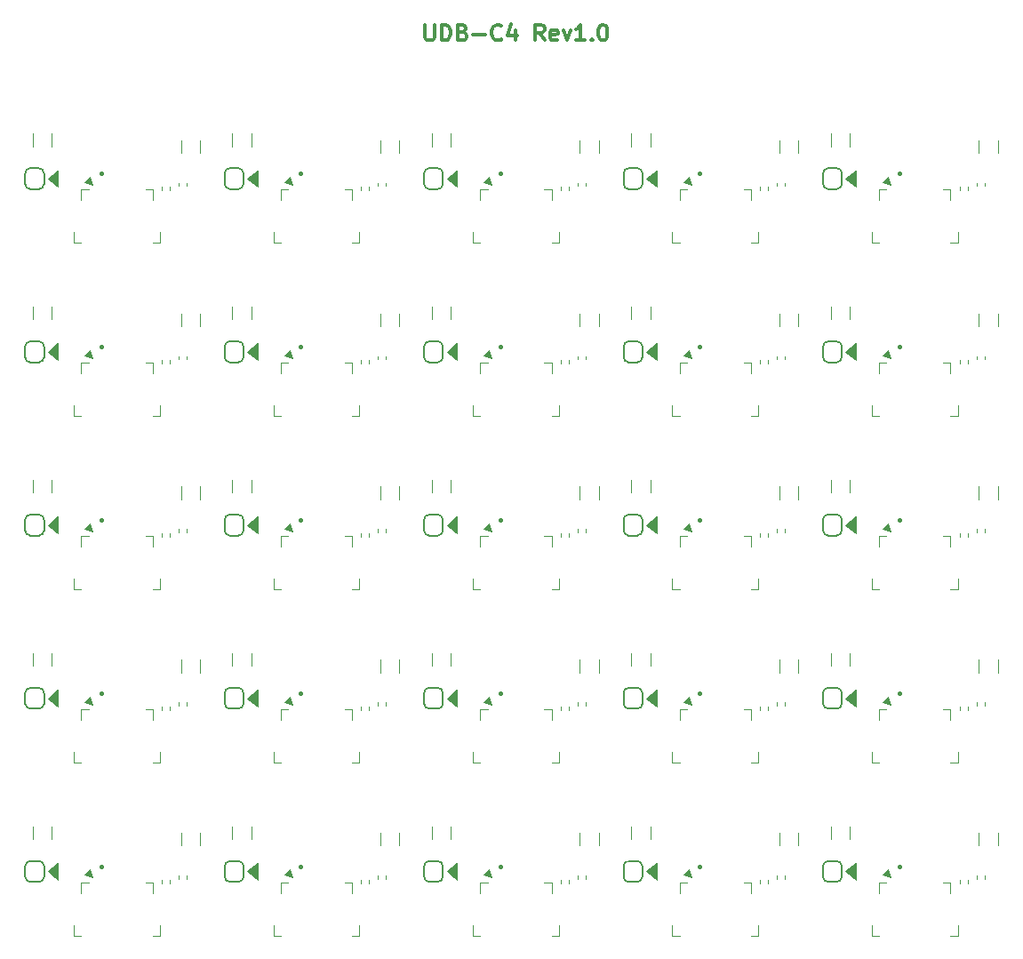
<source format=gto>
G04 #@! TF.GenerationSoftware,KiCad,Pcbnew,(6.0.11)*
G04 #@! TF.CreationDate,2023-02-11T17:54:05+01:00*
G04 #@! TF.ProjectId,UDB-panel,5544422d-7061-46e6-956c-2e6b69636164,C4-RC1*
G04 #@! TF.SameCoordinates,Original*
G04 #@! TF.FileFunction,Legend,Top*
G04 #@! TF.FilePolarity,Positive*
%FSLAX46Y46*%
G04 Gerber Fmt 4.6, Leading zero omitted, Abs format (unit mm)*
G04 Created by KiCad (PCBNEW (6.0.11)) date 2023-02-11 17:54:05*
%MOMM*%
%LPD*%
G01*
G04 APERTURE LIST*
%ADD10C,0.300000*%
%ADD11C,0.120000*%
%ADD12C,0.150000*%
%ADD13C,0.100000*%
%ADD14C,0.400000*%
G04 APERTURE END LIST*
D10*
X44357142Y92821429D02*
X44357142Y91607143D01*
X44428571Y91464286D01*
X44500000Y91392858D01*
X44642857Y91321429D01*
X44928571Y91321429D01*
X45071428Y91392858D01*
X45142857Y91464286D01*
X45214285Y91607143D01*
X45214285Y92821429D01*
X45928571Y91321429D02*
X45928571Y92821429D01*
X46285714Y92821429D01*
X46500000Y92750000D01*
X46642857Y92607143D01*
X46714285Y92464286D01*
X46785714Y92178572D01*
X46785714Y91964286D01*
X46714285Y91678572D01*
X46642857Y91535715D01*
X46500000Y91392858D01*
X46285714Y91321429D01*
X45928571Y91321429D01*
X47928571Y92107143D02*
X48142857Y92035715D01*
X48214285Y91964286D01*
X48285714Y91821429D01*
X48285714Y91607143D01*
X48214285Y91464286D01*
X48142857Y91392858D01*
X48000000Y91321429D01*
X47428571Y91321429D01*
X47428571Y92821429D01*
X47928571Y92821429D01*
X48071428Y92750000D01*
X48142857Y92678572D01*
X48214285Y92535715D01*
X48214285Y92392858D01*
X48142857Y92250000D01*
X48071428Y92178572D01*
X47928571Y92107143D01*
X47428571Y92107143D01*
X48928571Y91892858D02*
X50071428Y91892858D01*
X51642857Y91464286D02*
X51571428Y91392858D01*
X51357142Y91321429D01*
X51214285Y91321429D01*
X51000000Y91392858D01*
X50857142Y91535715D01*
X50785714Y91678572D01*
X50714285Y91964286D01*
X50714285Y92178572D01*
X50785714Y92464286D01*
X50857142Y92607143D01*
X51000000Y92750000D01*
X51214285Y92821429D01*
X51357142Y92821429D01*
X51571428Y92750000D01*
X51642857Y92678572D01*
X52928571Y92321429D02*
X52928571Y91321429D01*
X52571428Y92892858D02*
X52214285Y91821429D01*
X53142857Y91821429D01*
X55714285Y91321429D02*
X55214285Y92035715D01*
X54857142Y91321429D02*
X54857142Y92821429D01*
X55428571Y92821429D01*
X55571428Y92750000D01*
X55642857Y92678572D01*
X55714285Y92535715D01*
X55714285Y92321429D01*
X55642857Y92178572D01*
X55571428Y92107143D01*
X55428571Y92035715D01*
X54857142Y92035715D01*
X56928571Y91392858D02*
X56785714Y91321429D01*
X56500000Y91321429D01*
X56357142Y91392858D01*
X56285714Y91535715D01*
X56285714Y92107143D01*
X56357142Y92250000D01*
X56500000Y92321429D01*
X56785714Y92321429D01*
X56928571Y92250000D01*
X57000000Y92107143D01*
X57000000Y91964286D01*
X56285714Y91821429D01*
X57500000Y92321429D02*
X57857142Y91321429D01*
X58214285Y92321429D01*
X59571428Y91321429D02*
X58714285Y91321429D01*
X59142857Y91321429D02*
X59142857Y92821429D01*
X59000000Y92607143D01*
X58857142Y92464286D01*
X58714285Y92392858D01*
X60214285Y91464286D02*
X60285714Y91392858D01*
X60214285Y91321429D01*
X60142857Y91392858D01*
X60214285Y91464286D01*
X60214285Y91321429D01*
X61214285Y92821429D02*
X61357142Y92821429D01*
X61500000Y92750000D01*
X61571428Y92678572D01*
X61642857Y92535715D01*
X61714285Y92250000D01*
X61714285Y91892858D01*
X61642857Y91607143D01*
X61571428Y91464286D01*
X61500000Y91392858D01*
X61357142Y91321429D01*
X61214285Y91321429D01*
X61071428Y91392858D01*
X61000000Y91464286D01*
X60928571Y91607143D01*
X60857142Y91892858D01*
X60857142Y92250000D01*
X60928571Y92535715D01*
X61000000Y92678572D01*
X61071428Y92750000D01*
X61214285Y92821429D01*
D11*
G04 #@! TO.C,J2*
X76100000Y39050000D02*
X76100000Y40050000D01*
X75400000Y44100000D02*
X75400000Y43100000D01*
X74700000Y44100000D02*
X75400000Y44100000D01*
X68600000Y44100000D02*
X68600000Y43100000D01*
X67900000Y39050000D02*
X68600000Y39050000D01*
X68600000Y44100000D02*
X69300000Y44100000D01*
X75400000Y39050000D02*
X76100000Y39050000D01*
X67900000Y39050000D02*
X67900000Y40050000D01*
G36*
X69692000Y44562000D02*
G01*
X68930000Y44816000D01*
X69438000Y45324000D01*
X69692000Y44562000D01*
G37*
X69692000Y44562000D02*
X68930000Y44816000D01*
X69438000Y45324000D01*
X69692000Y44562000D01*
D12*
G04 #@! TO.C,D1*
X63250000Y78653000D02*
X63250000Y77653000D01*
X63750000Y79153000D02*
X64550000Y79153000D01*
X64550000Y77153000D02*
X63750000Y77153000D01*
X65050000Y78653000D02*
X65050000Y77653000D01*
X63750000Y79153000D02*
G75*
G03*
X63250000Y78653000I1J-500001D01*
G01*
X64550000Y77153000D02*
G75*
G03*
X65050000Y77653000I-1J500001D01*
G01*
X63250000Y77653000D02*
G75*
G03*
X63750000Y77153000I500001J1D01*
G01*
X65050000Y78653000D02*
G75*
G03*
X64550000Y79153000I-500001J-1D01*
G01*
G36*
X66400000Y77353000D02*
G01*
X65400000Y78153000D01*
X66400000Y78953000D01*
X66400000Y77353000D01*
G37*
D13*
X66400000Y77353000D02*
X65400000Y78153000D01*
X66400000Y78953000D01*
X66400000Y77353000D01*
D11*
G04 #@! TO.C,R1*
X96028000Y27853641D02*
X96028000Y27546359D01*
X95268000Y27853641D02*
X95268000Y27546359D01*
G04 #@! TO.C,F1*
X65796000Y82438064D02*
X65796000Y81233936D01*
X63976000Y82438064D02*
X63976000Y81233936D01*
G04 #@! TO.C,R1*
X39028000Y27853641D02*
X39028000Y27546359D01*
X38268000Y27853641D02*
X38268000Y27546359D01*
G04 #@! TO.C,L1*
X41910000Y14614936D02*
X41910000Y15819064D01*
X40090000Y14614936D02*
X40090000Y15819064D01*
X59090000Y31114936D02*
X59090000Y32319064D01*
X60910000Y31114936D02*
X60910000Y32319064D01*
D12*
G04 #@! TO.C,D1*
X46050000Y12653000D02*
X46050000Y11653000D01*
X44250000Y12653000D02*
X44250000Y11653000D01*
X44750000Y13153000D02*
X45550000Y13153000D01*
X45550000Y11153000D02*
X44750000Y11153000D01*
X45550000Y11153000D02*
G75*
G03*
X46050000Y11653000I-1J500001D01*
G01*
X44250000Y11653000D02*
G75*
G03*
X44750000Y11153000I500001J1D01*
G01*
X44750000Y13153000D02*
G75*
G03*
X44250000Y12653000I1J-500001D01*
G01*
X46050000Y12653000D02*
G75*
G03*
X45550000Y13153000I-500001J-1D01*
G01*
G36*
X47400000Y11353000D02*
G01*
X46400000Y12153000D01*
X47400000Y12953000D01*
X47400000Y11353000D01*
G37*
D13*
X47400000Y11353000D02*
X46400000Y12153000D01*
X47400000Y12953000D01*
X47400000Y11353000D01*
D12*
X45550000Y27653000D02*
X44750000Y27653000D01*
X46050000Y29153000D02*
X46050000Y28153000D01*
X44750000Y29653000D02*
X45550000Y29653000D01*
X44250000Y29153000D02*
X44250000Y28153000D01*
X44250000Y28153000D02*
G75*
G03*
X44750000Y27653000I500001J1D01*
G01*
X45550000Y27653000D02*
G75*
G03*
X46050000Y28153000I-1J500001D01*
G01*
X44750000Y29653000D02*
G75*
G03*
X44250000Y29153000I1J-500001D01*
G01*
X46050000Y29153000D02*
G75*
G03*
X45550000Y29653000I-500001J-1D01*
G01*
G36*
X47400000Y27853000D02*
G01*
X46400000Y28653000D01*
X47400000Y29453000D01*
X47400000Y27853000D01*
G37*
D13*
X47400000Y27853000D02*
X46400000Y28653000D01*
X47400000Y29453000D01*
X47400000Y27853000D01*
D11*
G04 #@! TO.C,F1*
X8796000Y65938064D02*
X8796000Y64733936D01*
X6976000Y65938064D02*
X6976000Y64733936D01*
G04 #@! TO.C,R2*
X39868000Y11753641D02*
X39868000Y11446359D01*
X40628000Y11753641D02*
X40628000Y11446359D01*
D14*
G04 #@! TO.C,U1*
X32498000Y78616600D02*
G75*
G03*
X32498000Y78616600I0J0D01*
G01*
D11*
G04 #@! TO.C,R1*
X19268000Y44353641D02*
X19268000Y44046359D01*
X20028000Y44353641D02*
X20028000Y44046359D01*
X20028000Y60853641D02*
X20028000Y60546359D01*
X19268000Y60853641D02*
X19268000Y60546359D01*
G04 #@! TO.C,F1*
X46796000Y49438064D02*
X46796000Y48233936D01*
X44976000Y49438064D02*
X44976000Y48233936D01*
D14*
G04 #@! TO.C,U1*
X70498000Y45616600D02*
G75*
G03*
X70498000Y45616600I0J0D01*
G01*
D11*
G04 #@! TO.C,J2*
X38100000Y72050000D02*
X38100000Y73050000D01*
X30600000Y77100000D02*
X31300000Y77100000D01*
X37400000Y77100000D02*
X37400000Y76100000D01*
X30600000Y77100000D02*
X30600000Y76100000D01*
X37400000Y72050000D02*
X38100000Y72050000D01*
X29900000Y72050000D02*
X29900000Y73050000D01*
X29900000Y72050000D02*
X30600000Y72050000D01*
X36700000Y77100000D02*
X37400000Y77100000D01*
G36*
X31692000Y77562000D02*
G01*
X30930000Y77816000D01*
X31438000Y78324000D01*
X31692000Y77562000D01*
G37*
X31692000Y77562000D02*
X30930000Y77816000D01*
X31438000Y78324000D01*
X31692000Y77562000D01*
G04 #@! TO.C,F1*
X84796000Y16438064D02*
X84796000Y15233936D01*
X82976000Y16438064D02*
X82976000Y15233936D01*
X44976000Y16438064D02*
X44976000Y15233936D01*
X46796000Y16438064D02*
X46796000Y15233936D01*
D14*
G04 #@! TO.C,U1*
X51498000Y45616600D02*
G75*
G03*
X51498000Y45616600I0J0D01*
G01*
X89498000Y78616600D02*
G75*
G03*
X89498000Y78616600I0J0D01*
G01*
D11*
G04 #@! TO.C,J2*
X55700000Y27600000D02*
X56400000Y27600000D01*
X56400000Y27600000D02*
X56400000Y26600000D01*
X48900000Y22550000D02*
X49600000Y22550000D01*
X57100000Y22550000D02*
X57100000Y23550000D01*
X49600000Y27600000D02*
X49600000Y26600000D01*
X56400000Y22550000D02*
X57100000Y22550000D01*
X49600000Y27600000D02*
X50300000Y27600000D01*
X48900000Y22550000D02*
X48900000Y23550000D01*
G36*
X50692000Y28062000D02*
G01*
X49930000Y28316000D01*
X50438000Y28824000D01*
X50692000Y28062000D01*
G37*
X50692000Y28062000D02*
X49930000Y28316000D01*
X50438000Y28824000D01*
X50692000Y28062000D01*
X19100000Y6050000D02*
X19100000Y7050000D01*
X10900000Y6050000D02*
X11600000Y6050000D01*
X17700000Y11100000D02*
X18400000Y11100000D01*
X18400000Y11100000D02*
X18400000Y10100000D01*
X10900000Y6050000D02*
X10900000Y7050000D01*
X11600000Y11100000D02*
X12300000Y11100000D01*
X11600000Y11100000D02*
X11600000Y10100000D01*
X18400000Y6050000D02*
X19100000Y6050000D01*
G36*
X12692000Y11562000D02*
G01*
X11930000Y11816000D01*
X12438000Y12324000D01*
X12692000Y11562000D01*
G37*
X12692000Y11562000D02*
X11930000Y11816000D01*
X12438000Y12324000D01*
X12692000Y11562000D01*
G04 #@! TO.C,L1*
X78090000Y14614936D02*
X78090000Y15819064D01*
X79910000Y14614936D02*
X79910000Y15819064D01*
D14*
G04 #@! TO.C,U1*
X32498000Y45616600D02*
G75*
G03*
X32498000Y45616600I0J0D01*
G01*
D12*
G04 #@! TO.C,D1*
X8050000Y78653000D02*
X8050000Y77653000D01*
X6750000Y79153000D02*
X7550000Y79153000D01*
X6250000Y78653000D02*
X6250000Y77653000D01*
X7550000Y77153000D02*
X6750000Y77153000D01*
X8050000Y78653000D02*
G75*
G03*
X7550000Y79153000I-500001J-1D01*
G01*
X6750000Y79153000D02*
G75*
G03*
X6250000Y78653000I1J-500001D01*
G01*
X6250000Y77653000D02*
G75*
G03*
X6750000Y77153000I500001J1D01*
G01*
X7550000Y77153000D02*
G75*
G03*
X8050000Y77653000I-1J500001D01*
G01*
G36*
X9400000Y77353000D02*
G01*
X8400000Y78153000D01*
X9400000Y78953000D01*
X9400000Y77353000D01*
G37*
D13*
X9400000Y77353000D02*
X8400000Y78153000D01*
X9400000Y78953000D01*
X9400000Y77353000D01*
D11*
G04 #@! TO.C,F1*
X82976000Y82438064D02*
X82976000Y81233936D01*
X84796000Y82438064D02*
X84796000Y81233936D01*
D12*
G04 #@! TO.C,D1*
X25250000Y12653000D02*
X25250000Y11653000D01*
X27050000Y12653000D02*
X27050000Y11653000D01*
X26550000Y11153000D02*
X25750000Y11153000D01*
X25750000Y13153000D02*
X26550000Y13153000D01*
X25750000Y13153000D02*
G75*
G03*
X25250000Y12653000I1J-500001D01*
G01*
X25250000Y11653000D02*
G75*
G03*
X25750000Y11153000I500001J1D01*
G01*
X26550000Y11153000D02*
G75*
G03*
X27050000Y11653000I-1J500001D01*
G01*
X27050000Y12653000D02*
G75*
G03*
X26550000Y13153000I-500001J-1D01*
G01*
G36*
X28400000Y11353000D02*
G01*
X27400000Y12153000D01*
X28400000Y12953000D01*
X28400000Y11353000D01*
G37*
D13*
X28400000Y11353000D02*
X27400000Y12153000D01*
X28400000Y12953000D01*
X28400000Y11353000D01*
D12*
X83550000Y11153000D02*
X82750000Y11153000D01*
X82750000Y13153000D02*
X83550000Y13153000D01*
X84050000Y12653000D02*
X84050000Y11653000D01*
X82250000Y12653000D02*
X82250000Y11653000D01*
X82250000Y11653000D02*
G75*
G03*
X82750000Y11153000I500001J1D01*
G01*
X83550000Y11153000D02*
G75*
G03*
X84050000Y11653000I-1J500001D01*
G01*
X82750000Y13153000D02*
G75*
G03*
X82250000Y12653000I1J-500001D01*
G01*
X84050000Y12653000D02*
G75*
G03*
X83550000Y13153000I-500001J-1D01*
G01*
G36*
X85400000Y11353000D02*
G01*
X84400000Y12153000D01*
X85400000Y12953000D01*
X85400000Y11353000D01*
G37*
D13*
X85400000Y11353000D02*
X84400000Y12153000D01*
X85400000Y12953000D01*
X85400000Y11353000D01*
D11*
G04 #@! TO.C,L1*
X40090000Y47614936D02*
X40090000Y48819064D01*
X41910000Y47614936D02*
X41910000Y48819064D01*
D14*
G04 #@! TO.C,U1*
X89498000Y12616600D02*
G75*
G03*
X89498000Y12616600I0J0D01*
G01*
D12*
G04 #@! TO.C,D1*
X82750000Y46153000D02*
X83550000Y46153000D01*
X84050000Y45653000D02*
X84050000Y44653000D01*
X82250000Y45653000D02*
X82250000Y44653000D01*
X83550000Y44153000D02*
X82750000Y44153000D01*
X82250000Y44653000D02*
G75*
G03*
X82750000Y44153000I500001J1D01*
G01*
X82750000Y46153000D02*
G75*
G03*
X82250000Y45653000I1J-500001D01*
G01*
X84050000Y45653000D02*
G75*
G03*
X83550000Y46153000I-500001J-1D01*
G01*
X83550000Y44153000D02*
G75*
G03*
X84050000Y44653000I-1J500001D01*
G01*
G36*
X85400000Y44353000D02*
G01*
X84400000Y45153000D01*
X85400000Y45953000D01*
X85400000Y44353000D01*
G37*
D13*
X85400000Y44353000D02*
X84400000Y45153000D01*
X85400000Y45953000D01*
X85400000Y44353000D01*
D11*
G04 #@! TO.C,J2*
X49600000Y11100000D02*
X49600000Y10100000D01*
X48900000Y6050000D02*
X49600000Y6050000D01*
X55700000Y11100000D02*
X56400000Y11100000D01*
X56400000Y6050000D02*
X57100000Y6050000D01*
X56400000Y11100000D02*
X56400000Y10100000D01*
X57100000Y6050000D02*
X57100000Y7050000D01*
X49600000Y11100000D02*
X50300000Y11100000D01*
X48900000Y6050000D02*
X48900000Y7050000D01*
G36*
X50692000Y11562000D02*
G01*
X49930000Y11816000D01*
X50438000Y12324000D01*
X50692000Y11562000D01*
G37*
X50692000Y11562000D02*
X49930000Y11816000D01*
X50438000Y12324000D01*
X50692000Y11562000D01*
G04 #@! TO.C,R2*
X21628000Y11753641D02*
X21628000Y11446359D01*
X20868000Y11753641D02*
X20868000Y11446359D01*
D12*
G04 #@! TO.C,D1*
X45550000Y60653000D02*
X44750000Y60653000D01*
X44250000Y62153000D02*
X44250000Y61153000D01*
X46050000Y62153000D02*
X46050000Y61153000D01*
X44750000Y62653000D02*
X45550000Y62653000D01*
X45550000Y60653000D02*
G75*
G03*
X46050000Y61153000I-1J500001D01*
G01*
X44750000Y62653000D02*
G75*
G03*
X44250000Y62153000I1J-500001D01*
G01*
X44250000Y61153000D02*
G75*
G03*
X44750000Y60653000I500001J1D01*
G01*
X46050000Y62153000D02*
G75*
G03*
X45550000Y62653000I-500001J-1D01*
G01*
G36*
X47400000Y60853000D02*
G01*
X46400000Y61653000D01*
X47400000Y62453000D01*
X47400000Y60853000D01*
G37*
D13*
X47400000Y60853000D02*
X46400000Y61653000D01*
X47400000Y62453000D01*
X47400000Y60853000D01*
D11*
G04 #@! TO.C,L1*
X78090000Y31114936D02*
X78090000Y32319064D01*
X79910000Y31114936D02*
X79910000Y32319064D01*
G04 #@! TO.C,J2*
X37400000Y27600000D02*
X37400000Y26600000D01*
X38100000Y22550000D02*
X38100000Y23550000D01*
X37400000Y22550000D02*
X38100000Y22550000D01*
X29900000Y22550000D02*
X30600000Y22550000D01*
X30600000Y27600000D02*
X31300000Y27600000D01*
X36700000Y27600000D02*
X37400000Y27600000D01*
X30600000Y27600000D02*
X30600000Y26600000D01*
X29900000Y22550000D02*
X29900000Y23550000D01*
G36*
X31692000Y28062000D02*
G01*
X30930000Y28316000D01*
X31438000Y28824000D01*
X31692000Y28062000D01*
G37*
X31692000Y28062000D02*
X30930000Y28316000D01*
X31438000Y28824000D01*
X31692000Y28062000D01*
G04 #@! TO.C,R1*
X58028000Y44353641D02*
X58028000Y44046359D01*
X57268000Y44353641D02*
X57268000Y44046359D01*
X19268000Y77353641D02*
X19268000Y77046359D01*
X20028000Y77353641D02*
X20028000Y77046359D01*
G04 #@! TO.C,F1*
X8796000Y82438064D02*
X8796000Y81233936D01*
X6976000Y82438064D02*
X6976000Y81233936D01*
D12*
G04 #@! TO.C,D1*
X25750000Y62653000D02*
X26550000Y62653000D01*
X26550000Y60653000D02*
X25750000Y60653000D01*
X25250000Y62153000D02*
X25250000Y61153000D01*
X27050000Y62153000D02*
X27050000Y61153000D01*
X27050000Y62153000D02*
G75*
G03*
X26550000Y62653000I-500001J-1D01*
G01*
X25250000Y61153000D02*
G75*
G03*
X25750000Y60653000I500001J1D01*
G01*
X26550000Y60653000D02*
G75*
G03*
X27050000Y61153000I-1J500001D01*
G01*
X25750000Y62653000D02*
G75*
G03*
X25250000Y62153000I1J-500001D01*
G01*
G36*
X28400000Y60853000D02*
G01*
X27400000Y61653000D01*
X28400000Y62453000D01*
X28400000Y60853000D01*
G37*
D13*
X28400000Y60853000D02*
X27400000Y61653000D01*
X28400000Y62453000D01*
X28400000Y60853000D01*
D11*
G04 #@! TO.C,J2*
X87600000Y44100000D02*
X87600000Y43100000D01*
X93700000Y44100000D02*
X94400000Y44100000D01*
X86900000Y39050000D02*
X87600000Y39050000D01*
X86900000Y39050000D02*
X86900000Y40050000D01*
X94400000Y44100000D02*
X94400000Y43100000D01*
X94400000Y39050000D02*
X95100000Y39050000D01*
X87600000Y44100000D02*
X88300000Y44100000D01*
X95100000Y39050000D02*
X95100000Y40050000D01*
G36*
X88692000Y44562000D02*
G01*
X87930000Y44816000D01*
X88438000Y45324000D01*
X88692000Y44562000D01*
G37*
X88692000Y44562000D02*
X87930000Y44816000D01*
X88438000Y45324000D01*
X88692000Y44562000D01*
G04 #@! TO.C,R2*
X40628000Y61253641D02*
X40628000Y60946359D01*
X39868000Y61253641D02*
X39868000Y60946359D01*
G04 #@! TO.C,F1*
X27796000Y82438064D02*
X27796000Y81233936D01*
X25976000Y82438064D02*
X25976000Y81233936D01*
D14*
G04 #@! TO.C,U1*
X51498000Y12616600D02*
G75*
G03*
X51498000Y12616600I0J0D01*
G01*
D12*
G04 #@! TO.C,D1*
X65050000Y45653000D02*
X65050000Y44653000D01*
X63750000Y46153000D02*
X64550000Y46153000D01*
X63250000Y45653000D02*
X63250000Y44653000D01*
X64550000Y44153000D02*
X63750000Y44153000D01*
X65050000Y45653000D02*
G75*
G03*
X64550000Y46153000I-500001J-1D01*
G01*
X63250000Y44653000D02*
G75*
G03*
X63750000Y44153000I500001J1D01*
G01*
X64550000Y44153000D02*
G75*
G03*
X65050000Y44653000I-1J500001D01*
G01*
X63750000Y46153000D02*
G75*
G03*
X63250000Y45653000I1J-500001D01*
G01*
G36*
X66400000Y44353000D02*
G01*
X65400000Y45153000D01*
X66400000Y45953000D01*
X66400000Y44353000D01*
G37*
D13*
X66400000Y44353000D02*
X65400000Y45153000D01*
X66400000Y45953000D01*
X66400000Y44353000D01*
D11*
G04 #@! TO.C,R2*
X40628000Y28253641D02*
X40628000Y27946359D01*
X39868000Y28253641D02*
X39868000Y27946359D01*
G04 #@! TO.C,J2*
X29900000Y6050000D02*
X29900000Y7050000D01*
X36700000Y11100000D02*
X37400000Y11100000D01*
X38100000Y6050000D02*
X38100000Y7050000D01*
X37400000Y11100000D02*
X37400000Y10100000D01*
X30600000Y11100000D02*
X31300000Y11100000D01*
X29900000Y6050000D02*
X30600000Y6050000D01*
X30600000Y11100000D02*
X30600000Y10100000D01*
X37400000Y6050000D02*
X38100000Y6050000D01*
G36*
X31692000Y11562000D02*
G01*
X30930000Y11816000D01*
X31438000Y12324000D01*
X31692000Y11562000D01*
G37*
X31692000Y11562000D02*
X30930000Y11816000D01*
X31438000Y12324000D01*
X31692000Y11562000D01*
X18400000Y77100000D02*
X18400000Y76100000D01*
X10900000Y72050000D02*
X11600000Y72050000D01*
X17700000Y77100000D02*
X18400000Y77100000D01*
X19100000Y72050000D02*
X19100000Y73050000D01*
X18400000Y72050000D02*
X19100000Y72050000D01*
X11600000Y77100000D02*
X11600000Y76100000D01*
X10900000Y72050000D02*
X10900000Y73050000D01*
X11600000Y77100000D02*
X12300000Y77100000D01*
G36*
X12692000Y77562000D02*
G01*
X11930000Y77816000D01*
X12438000Y78324000D01*
X12692000Y77562000D01*
G37*
X12692000Y77562000D02*
X11930000Y77816000D01*
X12438000Y78324000D01*
X12692000Y77562000D01*
G04 #@! TO.C,R2*
X77868000Y77753641D02*
X77868000Y77446359D01*
X78628000Y77753641D02*
X78628000Y77446359D01*
D12*
G04 #@! TO.C,D1*
X6750000Y13153000D02*
X7550000Y13153000D01*
X6250000Y12653000D02*
X6250000Y11653000D01*
X7550000Y11153000D02*
X6750000Y11153000D01*
X8050000Y12653000D02*
X8050000Y11653000D01*
X8050000Y12653000D02*
G75*
G03*
X7550000Y13153000I-500001J-1D01*
G01*
X6750000Y13153000D02*
G75*
G03*
X6250000Y12653000I1J-500001D01*
G01*
X7550000Y11153000D02*
G75*
G03*
X8050000Y11653000I-1J500001D01*
G01*
X6250000Y11653000D02*
G75*
G03*
X6750000Y11153000I500001J1D01*
G01*
G36*
X9400000Y11353000D02*
G01*
X8400000Y12153000D01*
X9400000Y12953000D01*
X9400000Y11353000D01*
G37*
D13*
X9400000Y11353000D02*
X8400000Y12153000D01*
X9400000Y12953000D01*
X9400000Y11353000D01*
D11*
G04 #@! TO.C,F1*
X63976000Y32938064D02*
X63976000Y31733936D01*
X65796000Y32938064D02*
X65796000Y31733936D01*
G04 #@! TO.C,R1*
X57268000Y27853641D02*
X57268000Y27546359D01*
X58028000Y27853641D02*
X58028000Y27546359D01*
G04 #@! TO.C,L1*
X21090000Y80614936D02*
X21090000Y81819064D01*
X22910000Y80614936D02*
X22910000Y81819064D01*
G04 #@! TO.C,R2*
X78628000Y11753641D02*
X78628000Y11446359D01*
X77868000Y11753641D02*
X77868000Y11446359D01*
G04 #@! TO.C,F1*
X63976000Y65938064D02*
X63976000Y64733936D01*
X65796000Y65938064D02*
X65796000Y64733936D01*
G04 #@! TO.C,R1*
X38268000Y11353641D02*
X38268000Y11046359D01*
X39028000Y11353641D02*
X39028000Y11046359D01*
G04 #@! TO.C,F1*
X46796000Y82438064D02*
X46796000Y81233936D01*
X44976000Y82438064D02*
X44976000Y81233936D01*
G04 #@! TO.C,R2*
X58868000Y11753641D02*
X58868000Y11446359D01*
X59628000Y11753641D02*
X59628000Y11446359D01*
G04 #@! TO.C,R1*
X77028000Y60853641D02*
X77028000Y60546359D01*
X76268000Y60853641D02*
X76268000Y60546359D01*
X96028000Y60853641D02*
X96028000Y60546359D01*
X95268000Y60853641D02*
X95268000Y60546359D01*
D12*
G04 #@! TO.C,D1*
X26550000Y44153000D02*
X25750000Y44153000D01*
X25750000Y46153000D02*
X26550000Y46153000D01*
X27050000Y45653000D02*
X27050000Y44653000D01*
X25250000Y45653000D02*
X25250000Y44653000D01*
X25750000Y46153000D02*
G75*
G03*
X25250000Y45653000I1J-500001D01*
G01*
X27050000Y45653000D02*
G75*
G03*
X26550000Y46153000I-500001J-1D01*
G01*
X25250000Y44653000D02*
G75*
G03*
X25750000Y44153000I500001J1D01*
G01*
X26550000Y44153000D02*
G75*
G03*
X27050000Y44653000I-1J500001D01*
G01*
G36*
X28400000Y44353000D02*
G01*
X27400000Y45153000D01*
X28400000Y45953000D01*
X28400000Y44353000D01*
G37*
D13*
X28400000Y44353000D02*
X27400000Y45153000D01*
X28400000Y45953000D01*
X28400000Y44353000D01*
D14*
G04 #@! TO.C,U1*
X13498000Y45616600D02*
G75*
G03*
X13498000Y45616600I0J0D01*
G01*
D11*
G04 #@! TO.C,R1*
X77028000Y44353641D02*
X77028000Y44046359D01*
X76268000Y44353641D02*
X76268000Y44046359D01*
G04 #@! TO.C,J2*
X57100000Y72050000D02*
X57100000Y73050000D01*
X48900000Y72050000D02*
X49600000Y72050000D01*
X56400000Y72050000D02*
X57100000Y72050000D01*
X49600000Y77100000D02*
X49600000Y76100000D01*
X56400000Y77100000D02*
X56400000Y76100000D01*
X55700000Y77100000D02*
X56400000Y77100000D01*
X49600000Y77100000D02*
X50300000Y77100000D01*
X48900000Y72050000D02*
X48900000Y73050000D01*
G36*
X50692000Y77562000D02*
G01*
X49930000Y77816000D01*
X50438000Y78324000D01*
X50692000Y77562000D01*
G37*
X50692000Y77562000D02*
X49930000Y77816000D01*
X50438000Y78324000D01*
X50692000Y77562000D01*
G04 #@! TO.C,R2*
X96868000Y44753641D02*
X96868000Y44446359D01*
X97628000Y44753641D02*
X97628000Y44446359D01*
G04 #@! TO.C,L1*
X22910000Y14614936D02*
X22910000Y15819064D01*
X21090000Y14614936D02*
X21090000Y15819064D01*
G04 #@! TO.C,R1*
X57268000Y77353641D02*
X57268000Y77046359D01*
X58028000Y77353641D02*
X58028000Y77046359D01*
D14*
G04 #@! TO.C,U1*
X70498000Y12616600D02*
G75*
G03*
X70498000Y12616600I0J0D01*
G01*
D11*
G04 #@! TO.C,R1*
X39028000Y60853641D02*
X39028000Y60546359D01*
X38268000Y60853641D02*
X38268000Y60546359D01*
G04 #@! TO.C,R2*
X96868000Y28253641D02*
X96868000Y27946359D01*
X97628000Y28253641D02*
X97628000Y27946359D01*
D12*
G04 #@! TO.C,D1*
X82750000Y29653000D02*
X83550000Y29653000D01*
X84050000Y29153000D02*
X84050000Y28153000D01*
X83550000Y27653000D02*
X82750000Y27653000D01*
X82250000Y29153000D02*
X82250000Y28153000D01*
X82250000Y28153000D02*
G75*
G03*
X82750000Y27653000I500001J1D01*
G01*
X84050000Y29153000D02*
G75*
G03*
X83550000Y29653000I-500001J-1D01*
G01*
X83550000Y27653000D02*
G75*
G03*
X84050000Y28153000I-1J500001D01*
G01*
X82750000Y29653000D02*
G75*
G03*
X82250000Y29153000I1J-500001D01*
G01*
G36*
X85400000Y27853000D02*
G01*
X84400000Y28653000D01*
X85400000Y29453000D01*
X85400000Y27853000D01*
G37*
D13*
X85400000Y27853000D02*
X84400000Y28653000D01*
X85400000Y29453000D01*
X85400000Y27853000D01*
D11*
G04 #@! TO.C,F1*
X82976000Y49438064D02*
X82976000Y48233936D01*
X84796000Y49438064D02*
X84796000Y48233936D01*
D14*
G04 #@! TO.C,U1*
X51498000Y29116600D02*
G75*
G03*
X51498000Y29116600I0J0D01*
G01*
X89498000Y29116600D02*
G75*
G03*
X89498000Y29116600I0J0D01*
G01*
D11*
G04 #@! TO.C,L1*
X78090000Y80614936D02*
X78090000Y81819064D01*
X79910000Y80614936D02*
X79910000Y81819064D01*
D12*
G04 #@! TO.C,D1*
X45550000Y44153000D02*
X44750000Y44153000D01*
X46050000Y45653000D02*
X46050000Y44653000D01*
X44250000Y45653000D02*
X44250000Y44653000D01*
X44750000Y46153000D02*
X45550000Y46153000D01*
X46050000Y45653000D02*
G75*
G03*
X45550000Y46153000I-500001J-1D01*
G01*
X44750000Y46153000D02*
G75*
G03*
X44250000Y45653000I1J-500001D01*
G01*
X44250000Y44653000D02*
G75*
G03*
X44750000Y44153000I500001J1D01*
G01*
X45550000Y44153000D02*
G75*
G03*
X46050000Y44653000I-1J500001D01*
G01*
G36*
X47400000Y44353000D02*
G01*
X46400000Y45153000D01*
X47400000Y45953000D01*
X47400000Y44353000D01*
G37*
D13*
X47400000Y44353000D02*
X46400000Y45153000D01*
X47400000Y45953000D01*
X47400000Y44353000D01*
D11*
G04 #@! TO.C,L1*
X98910000Y14614936D02*
X98910000Y15819064D01*
X97090000Y14614936D02*
X97090000Y15819064D01*
D12*
G04 #@! TO.C,D1*
X26550000Y27653000D02*
X25750000Y27653000D01*
X27050000Y29153000D02*
X27050000Y28153000D01*
X25750000Y29653000D02*
X26550000Y29653000D01*
X25250000Y29153000D02*
X25250000Y28153000D01*
X25750000Y29653000D02*
G75*
G03*
X25250000Y29153000I1J-500001D01*
G01*
X25250000Y28153000D02*
G75*
G03*
X25750000Y27653000I500001J1D01*
G01*
X26550000Y27653000D02*
G75*
G03*
X27050000Y28153000I-1J500001D01*
G01*
X27050000Y29153000D02*
G75*
G03*
X26550000Y29653000I-500001J-1D01*
G01*
G36*
X28400000Y27853000D02*
G01*
X27400000Y28653000D01*
X28400000Y29453000D01*
X28400000Y27853000D01*
G37*
D13*
X28400000Y27853000D02*
X27400000Y28653000D01*
X28400000Y29453000D01*
X28400000Y27853000D01*
D14*
G04 #@! TO.C,U1*
X70498000Y78616600D02*
G75*
G03*
X70498000Y78616600I0J0D01*
G01*
D11*
G04 #@! TO.C,F1*
X6976000Y49438064D02*
X6976000Y48233936D01*
X8796000Y49438064D02*
X8796000Y48233936D01*
G04 #@! TO.C,R1*
X39028000Y44353641D02*
X39028000Y44046359D01*
X38268000Y44353641D02*
X38268000Y44046359D01*
G04 #@! TO.C,R2*
X59628000Y44753641D02*
X59628000Y44446359D01*
X58868000Y44753641D02*
X58868000Y44446359D01*
X78628000Y44753641D02*
X78628000Y44446359D01*
X77868000Y44753641D02*
X77868000Y44446359D01*
G04 #@! TO.C,R1*
X95268000Y77353641D02*
X95268000Y77046359D01*
X96028000Y77353641D02*
X96028000Y77046359D01*
G04 #@! TO.C,J2*
X29900000Y39050000D02*
X30600000Y39050000D01*
X36700000Y44100000D02*
X37400000Y44100000D01*
X37400000Y44100000D02*
X37400000Y43100000D01*
X37400000Y39050000D02*
X38100000Y39050000D01*
X38100000Y39050000D02*
X38100000Y40050000D01*
X30600000Y44100000D02*
X31300000Y44100000D01*
X30600000Y44100000D02*
X30600000Y43100000D01*
X29900000Y39050000D02*
X29900000Y40050000D01*
G36*
X31692000Y44562000D02*
G01*
X30930000Y44816000D01*
X31438000Y45324000D01*
X31692000Y44562000D01*
G37*
X31692000Y44562000D02*
X30930000Y44816000D01*
X31438000Y45324000D01*
X31692000Y44562000D01*
D12*
G04 #@! TO.C,D1*
X63250000Y12653000D02*
X63250000Y11653000D01*
X65050000Y12653000D02*
X65050000Y11653000D01*
X63750000Y13153000D02*
X64550000Y13153000D01*
X64550000Y11153000D02*
X63750000Y11153000D01*
X65050000Y12653000D02*
G75*
G03*
X64550000Y13153000I-500001J-1D01*
G01*
X63750000Y13153000D02*
G75*
G03*
X63250000Y12653000I1J-500001D01*
G01*
X63250000Y11653000D02*
G75*
G03*
X63750000Y11153000I500001J1D01*
G01*
X64550000Y11153000D02*
G75*
G03*
X65050000Y11653000I-1J500001D01*
G01*
G36*
X66400000Y11353000D02*
G01*
X65400000Y12153000D01*
X66400000Y12953000D01*
X66400000Y11353000D01*
G37*
D13*
X66400000Y11353000D02*
X65400000Y12153000D01*
X66400000Y12953000D01*
X66400000Y11353000D01*
D12*
X8050000Y29153000D02*
X8050000Y28153000D01*
X6250000Y29153000D02*
X6250000Y28153000D01*
X7550000Y27653000D02*
X6750000Y27653000D01*
X6750000Y29653000D02*
X7550000Y29653000D01*
X6250000Y28153000D02*
G75*
G03*
X6750000Y27653000I500001J1D01*
G01*
X6750000Y29653000D02*
G75*
G03*
X6250000Y29153000I1J-500001D01*
G01*
X8050000Y29153000D02*
G75*
G03*
X7550000Y29653000I-500001J-1D01*
G01*
X7550000Y27653000D02*
G75*
G03*
X8050000Y28153000I-1J500001D01*
G01*
G36*
X9400000Y27853000D02*
G01*
X8400000Y28653000D01*
X9400000Y29453000D01*
X9400000Y27853000D01*
G37*
D13*
X9400000Y27853000D02*
X8400000Y28653000D01*
X9400000Y29453000D01*
X9400000Y27853000D01*
D11*
G04 #@! TO.C,R2*
X21628000Y28253641D02*
X21628000Y27946359D01*
X20868000Y28253641D02*
X20868000Y27946359D01*
G04 #@! TO.C,F1*
X6976000Y32938064D02*
X6976000Y31733936D01*
X8796000Y32938064D02*
X8796000Y31733936D01*
G04 #@! TO.C,R2*
X21628000Y61253641D02*
X21628000Y60946359D01*
X20868000Y61253641D02*
X20868000Y60946359D01*
G04 #@! TO.C,J2*
X67900000Y55550000D02*
X67900000Y56550000D01*
X67900000Y55550000D02*
X68600000Y55550000D01*
X74700000Y60600000D02*
X75400000Y60600000D01*
X76100000Y55550000D02*
X76100000Y56550000D01*
X75400000Y55550000D02*
X76100000Y55550000D01*
X68600000Y60600000D02*
X69300000Y60600000D01*
X75400000Y60600000D02*
X75400000Y59600000D01*
X68600000Y60600000D02*
X68600000Y59600000D01*
G36*
X69692000Y61062000D02*
G01*
X68930000Y61316000D01*
X69438000Y61824000D01*
X69692000Y61062000D01*
G37*
X69692000Y61062000D02*
X68930000Y61316000D01*
X69438000Y61824000D01*
X69692000Y61062000D01*
D12*
G04 #@! TO.C,D1*
X82250000Y78653000D02*
X82250000Y77653000D01*
X82750000Y79153000D02*
X83550000Y79153000D01*
X84050000Y78653000D02*
X84050000Y77653000D01*
X83550000Y77153000D02*
X82750000Y77153000D01*
X82750000Y79153000D02*
G75*
G03*
X82250000Y78653000I1J-500001D01*
G01*
X84050000Y78653000D02*
G75*
G03*
X83550000Y79153000I-500001J-1D01*
G01*
X83550000Y77153000D02*
G75*
G03*
X84050000Y77653000I-1J500001D01*
G01*
X82250000Y77653000D02*
G75*
G03*
X82750000Y77153000I500001J1D01*
G01*
G36*
X85400000Y77353000D02*
G01*
X84400000Y78153000D01*
X85400000Y78953000D01*
X85400000Y77353000D01*
G37*
D13*
X85400000Y77353000D02*
X84400000Y78153000D01*
X85400000Y78953000D01*
X85400000Y77353000D01*
D12*
X6250000Y62153000D02*
X6250000Y61153000D01*
X7550000Y60653000D02*
X6750000Y60653000D01*
X6750000Y62653000D02*
X7550000Y62653000D01*
X8050000Y62153000D02*
X8050000Y61153000D01*
X8050000Y62153000D02*
G75*
G03*
X7550000Y62653000I-500001J-1D01*
G01*
X7550000Y60653000D02*
G75*
G03*
X8050000Y61153000I-1J500001D01*
G01*
X6750000Y62653000D02*
G75*
G03*
X6250000Y62153000I1J-500001D01*
G01*
X6250000Y61153000D02*
G75*
G03*
X6750000Y60653000I500001J1D01*
G01*
G36*
X9400000Y60853000D02*
G01*
X8400000Y61653000D01*
X9400000Y62453000D01*
X9400000Y60853000D01*
G37*
D13*
X9400000Y60853000D02*
X8400000Y61653000D01*
X9400000Y62453000D01*
X9400000Y60853000D01*
D11*
G04 #@! TO.C,F1*
X65796000Y49438064D02*
X65796000Y48233936D01*
X63976000Y49438064D02*
X63976000Y48233936D01*
G04 #@! TO.C,R2*
X40628000Y44753641D02*
X40628000Y44446359D01*
X39868000Y44753641D02*
X39868000Y44446359D01*
G04 #@! TO.C,L1*
X97090000Y47614936D02*
X97090000Y48819064D01*
X98910000Y47614936D02*
X98910000Y48819064D01*
G04 #@! TO.C,J2*
X76100000Y22550000D02*
X76100000Y23550000D01*
X67900000Y22550000D02*
X67900000Y23550000D01*
X74700000Y27600000D02*
X75400000Y27600000D01*
X75400000Y27600000D02*
X75400000Y26600000D01*
X67900000Y22550000D02*
X68600000Y22550000D01*
X68600000Y27600000D02*
X69300000Y27600000D01*
X68600000Y27600000D02*
X68600000Y26600000D01*
X75400000Y22550000D02*
X76100000Y22550000D01*
G36*
X69692000Y28062000D02*
G01*
X68930000Y28316000D01*
X69438000Y28824000D01*
X69692000Y28062000D01*
G37*
X69692000Y28062000D02*
X68930000Y28316000D01*
X69438000Y28824000D01*
X69692000Y28062000D01*
G04 #@! TO.C,R2*
X58868000Y77753641D02*
X58868000Y77446359D01*
X59628000Y77753641D02*
X59628000Y77446359D01*
G04 #@! TO.C,J2*
X95100000Y6050000D02*
X95100000Y7050000D01*
X94400000Y11100000D02*
X94400000Y10100000D01*
X87600000Y11100000D02*
X88300000Y11100000D01*
X93700000Y11100000D02*
X94400000Y11100000D01*
X86900000Y6050000D02*
X87600000Y6050000D01*
X87600000Y11100000D02*
X87600000Y10100000D01*
X86900000Y6050000D02*
X86900000Y7050000D01*
X94400000Y6050000D02*
X95100000Y6050000D01*
G36*
X88692000Y11562000D02*
G01*
X87930000Y11816000D01*
X88438000Y12324000D01*
X88692000Y11562000D01*
G37*
X88692000Y11562000D02*
X87930000Y11816000D01*
X88438000Y12324000D01*
X88692000Y11562000D01*
D12*
G04 #@! TO.C,D1*
X7550000Y44153000D02*
X6750000Y44153000D01*
X8050000Y45653000D02*
X8050000Y44653000D01*
X6750000Y46153000D02*
X7550000Y46153000D01*
X6250000Y45653000D02*
X6250000Y44653000D01*
X7550000Y44153000D02*
G75*
G03*
X8050000Y44653000I-1J500001D01*
G01*
X8050000Y45653000D02*
G75*
G03*
X7550000Y46153000I-500001J-1D01*
G01*
X6250000Y44653000D02*
G75*
G03*
X6750000Y44153000I500001J1D01*
G01*
X6750000Y46153000D02*
G75*
G03*
X6250000Y45653000I1J-500001D01*
G01*
G36*
X9400000Y44353000D02*
G01*
X8400000Y45153000D01*
X9400000Y45953000D01*
X9400000Y44353000D01*
G37*
D13*
X9400000Y44353000D02*
X8400000Y45153000D01*
X9400000Y45953000D01*
X9400000Y44353000D01*
D11*
G04 #@! TO.C,R1*
X77028000Y11353641D02*
X77028000Y11046359D01*
X76268000Y11353641D02*
X76268000Y11046359D01*
D12*
G04 #@! TO.C,D1*
X44250000Y78653000D02*
X44250000Y77653000D01*
X44750000Y79153000D02*
X45550000Y79153000D01*
X45550000Y77153000D02*
X44750000Y77153000D01*
X46050000Y78653000D02*
X46050000Y77653000D01*
X44750000Y79153000D02*
G75*
G03*
X44250000Y78653000I1J-500001D01*
G01*
X45550000Y77153000D02*
G75*
G03*
X46050000Y77653000I-1J500001D01*
G01*
X44250000Y77653000D02*
G75*
G03*
X44750000Y77153000I500001J1D01*
G01*
X46050000Y78653000D02*
G75*
G03*
X45550000Y79153000I-500001J-1D01*
G01*
G36*
X47400000Y77353000D02*
G01*
X46400000Y78153000D01*
X47400000Y78953000D01*
X47400000Y77353000D01*
G37*
D13*
X47400000Y77353000D02*
X46400000Y78153000D01*
X47400000Y78953000D01*
X47400000Y77353000D01*
D14*
G04 #@! TO.C,U1*
X51498000Y62116600D02*
G75*
G03*
X51498000Y62116600I0J0D01*
G01*
D11*
G04 #@! TO.C,F1*
X25976000Y16438064D02*
X25976000Y15233936D01*
X27796000Y16438064D02*
X27796000Y15233936D01*
G04 #@! TO.C,R1*
X77028000Y77353641D02*
X77028000Y77046359D01*
X76268000Y77353641D02*
X76268000Y77046359D01*
G04 #@! TO.C,J2*
X76100000Y6050000D02*
X76100000Y7050000D01*
X75400000Y6050000D02*
X76100000Y6050000D01*
X74700000Y11100000D02*
X75400000Y11100000D01*
X68600000Y11100000D02*
X69300000Y11100000D01*
X68600000Y11100000D02*
X68600000Y10100000D01*
X67900000Y6050000D02*
X68600000Y6050000D01*
X75400000Y11100000D02*
X75400000Y10100000D01*
X67900000Y6050000D02*
X67900000Y7050000D01*
G36*
X69692000Y11562000D02*
G01*
X68930000Y11816000D01*
X69438000Y12324000D01*
X69692000Y11562000D01*
G37*
X69692000Y11562000D02*
X68930000Y11816000D01*
X69438000Y12324000D01*
X69692000Y11562000D01*
X86900000Y22550000D02*
X86900000Y23550000D01*
X94400000Y27600000D02*
X94400000Y26600000D01*
X87600000Y27600000D02*
X87600000Y26600000D01*
X94400000Y22550000D02*
X95100000Y22550000D01*
X87600000Y27600000D02*
X88300000Y27600000D01*
X95100000Y22550000D02*
X95100000Y23550000D01*
X93700000Y27600000D02*
X94400000Y27600000D01*
X86900000Y22550000D02*
X87600000Y22550000D01*
G36*
X88692000Y28062000D02*
G01*
X87930000Y28316000D01*
X88438000Y28824000D01*
X88692000Y28062000D01*
G37*
X88692000Y28062000D02*
X87930000Y28316000D01*
X88438000Y28824000D01*
X88692000Y28062000D01*
D14*
G04 #@! TO.C,U1*
X13498000Y78616600D02*
G75*
G03*
X13498000Y78616600I0J0D01*
G01*
D11*
G04 #@! TO.C,J2*
X87600000Y60600000D02*
X88300000Y60600000D01*
X93700000Y60600000D02*
X94400000Y60600000D01*
X94400000Y60600000D02*
X94400000Y59600000D01*
X87600000Y60600000D02*
X87600000Y59600000D01*
X94400000Y55550000D02*
X95100000Y55550000D01*
X95100000Y55550000D02*
X95100000Y56550000D01*
X86900000Y55550000D02*
X86900000Y56550000D01*
X86900000Y55550000D02*
X87600000Y55550000D01*
G36*
X88692000Y61062000D02*
G01*
X87930000Y61316000D01*
X88438000Y61824000D01*
X88692000Y61062000D01*
G37*
X88692000Y61062000D02*
X87930000Y61316000D01*
X88438000Y61824000D01*
X88692000Y61062000D01*
D12*
G04 #@! TO.C,D1*
X63750000Y29653000D02*
X64550000Y29653000D01*
X64550000Y27653000D02*
X63750000Y27653000D01*
X65050000Y29153000D02*
X65050000Y28153000D01*
X63250000Y29153000D02*
X63250000Y28153000D01*
X63750000Y29653000D02*
G75*
G03*
X63250000Y29153000I1J-500001D01*
G01*
X64550000Y27653000D02*
G75*
G03*
X65050000Y28153000I-1J500001D01*
G01*
X63250000Y28153000D02*
G75*
G03*
X63750000Y27653000I500001J1D01*
G01*
X65050000Y29153000D02*
G75*
G03*
X64550000Y29653000I-500001J-1D01*
G01*
G36*
X66400000Y27853000D02*
G01*
X65400000Y28653000D01*
X66400000Y29453000D01*
X66400000Y27853000D01*
G37*
D13*
X66400000Y27853000D02*
X65400000Y28653000D01*
X66400000Y29453000D01*
X66400000Y27853000D01*
D14*
G04 #@! TO.C,U1*
X32498000Y62116600D02*
G75*
G03*
X32498000Y62116600I0J0D01*
G01*
D11*
G04 #@! TO.C,R2*
X21628000Y44753641D02*
X21628000Y44446359D01*
X20868000Y44753641D02*
X20868000Y44446359D01*
G04 #@! TO.C,F1*
X25976000Y65938064D02*
X25976000Y64733936D01*
X27796000Y65938064D02*
X27796000Y64733936D01*
G04 #@! TO.C,R2*
X96868000Y61253641D02*
X96868000Y60946359D01*
X97628000Y61253641D02*
X97628000Y60946359D01*
X59628000Y28253641D02*
X59628000Y27946359D01*
X58868000Y28253641D02*
X58868000Y27946359D01*
G04 #@! TO.C,R1*
X76268000Y27853641D02*
X76268000Y27546359D01*
X77028000Y27853641D02*
X77028000Y27546359D01*
D14*
G04 #@! TO.C,U1*
X32498000Y29116600D02*
G75*
G03*
X32498000Y29116600I0J0D01*
G01*
D11*
G04 #@! TO.C,L1*
X98910000Y64114936D02*
X98910000Y65319064D01*
X97090000Y64114936D02*
X97090000Y65319064D01*
D14*
G04 #@! TO.C,U1*
X13498000Y29116600D02*
G75*
G03*
X13498000Y29116600I0J0D01*
G01*
D11*
G04 #@! TO.C,R1*
X96028000Y11353641D02*
X96028000Y11046359D01*
X95268000Y11353641D02*
X95268000Y11046359D01*
G04 #@! TO.C,L1*
X22910000Y47614936D02*
X22910000Y48819064D01*
X21090000Y47614936D02*
X21090000Y48819064D01*
G04 #@! TO.C,R1*
X38268000Y77353641D02*
X38268000Y77046359D01*
X39028000Y77353641D02*
X39028000Y77046359D01*
G04 #@! TO.C,L1*
X98910000Y80614936D02*
X98910000Y81819064D01*
X97090000Y80614936D02*
X97090000Y81819064D01*
G04 #@! TO.C,R2*
X20868000Y77753641D02*
X20868000Y77446359D01*
X21628000Y77753641D02*
X21628000Y77446359D01*
G04 #@! TO.C,L1*
X79910000Y47614936D02*
X79910000Y48819064D01*
X78090000Y47614936D02*
X78090000Y48819064D01*
D14*
G04 #@! TO.C,U1*
X70498000Y62116600D02*
G75*
G03*
X70498000Y62116600I0J0D01*
G01*
X89498000Y62116600D02*
G75*
G03*
X89498000Y62116600I0J0D01*
G01*
D11*
G04 #@! TO.C,R1*
X19268000Y27853641D02*
X19268000Y27546359D01*
X20028000Y27853641D02*
X20028000Y27546359D01*
D12*
G04 #@! TO.C,D1*
X65050000Y62153000D02*
X65050000Y61153000D01*
X63750000Y62653000D02*
X64550000Y62653000D01*
X63250000Y62153000D02*
X63250000Y61153000D01*
X64550000Y60653000D02*
X63750000Y60653000D01*
X63750000Y62653000D02*
G75*
G03*
X63250000Y62153000I1J-500001D01*
G01*
X64550000Y60653000D02*
G75*
G03*
X65050000Y61153000I-1J500001D01*
G01*
X63250000Y61153000D02*
G75*
G03*
X63750000Y60653000I500001J1D01*
G01*
X65050000Y62153000D02*
G75*
G03*
X64550000Y62653000I-500001J-1D01*
G01*
G36*
X66400000Y60853000D02*
G01*
X65400000Y61653000D01*
X66400000Y62453000D01*
X66400000Y60853000D01*
G37*
D13*
X66400000Y60853000D02*
X65400000Y61653000D01*
X66400000Y62453000D01*
X66400000Y60853000D01*
D11*
G04 #@! TO.C,R1*
X57268000Y11353641D02*
X57268000Y11046359D01*
X58028000Y11353641D02*
X58028000Y11046359D01*
G04 #@! TO.C,L1*
X22910000Y31114936D02*
X22910000Y32319064D01*
X21090000Y31114936D02*
X21090000Y32319064D01*
D12*
G04 #@! TO.C,D1*
X82250000Y62153000D02*
X82250000Y61153000D01*
X84050000Y62153000D02*
X84050000Y61153000D01*
X83550000Y60653000D02*
X82750000Y60653000D01*
X82750000Y62653000D02*
X83550000Y62653000D01*
X83550000Y60653000D02*
G75*
G03*
X84050000Y61153000I-1J500001D01*
G01*
X82750000Y62653000D02*
G75*
G03*
X82250000Y62153000I1J-500001D01*
G01*
X82250000Y61153000D02*
G75*
G03*
X82750000Y60653000I500001J1D01*
G01*
X84050000Y62153000D02*
G75*
G03*
X83550000Y62653000I-500001J-1D01*
G01*
G36*
X85400000Y60853000D02*
G01*
X84400000Y61653000D01*
X85400000Y62453000D01*
X85400000Y60853000D01*
G37*
D13*
X85400000Y60853000D02*
X84400000Y61653000D01*
X85400000Y62453000D01*
X85400000Y60853000D01*
D11*
G04 #@! TO.C,F1*
X65796000Y16438064D02*
X65796000Y15233936D01*
X63976000Y16438064D02*
X63976000Y15233936D01*
G04 #@! TO.C,L1*
X21090000Y64114936D02*
X21090000Y65319064D01*
X22910000Y64114936D02*
X22910000Y65319064D01*
G04 #@! TO.C,F1*
X82976000Y32938064D02*
X82976000Y31733936D01*
X84796000Y32938064D02*
X84796000Y31733936D01*
D14*
G04 #@! TO.C,U1*
X89498000Y45616600D02*
G75*
G03*
X89498000Y45616600I0J0D01*
G01*
D12*
G04 #@! TO.C,D1*
X27050000Y78653000D02*
X27050000Y77653000D01*
X25750000Y79153000D02*
X26550000Y79153000D01*
X25250000Y78653000D02*
X25250000Y77653000D01*
X26550000Y77153000D02*
X25750000Y77153000D01*
X25250000Y77653000D02*
G75*
G03*
X25750000Y77153000I500001J1D01*
G01*
X26550000Y77153000D02*
G75*
G03*
X27050000Y77653000I-1J500001D01*
G01*
X27050000Y78653000D02*
G75*
G03*
X26550000Y79153000I-500001J-1D01*
G01*
X25750000Y79153000D02*
G75*
G03*
X25250000Y78653000I1J-500001D01*
G01*
G36*
X28400000Y77353000D02*
G01*
X27400000Y78153000D01*
X28400000Y78953000D01*
X28400000Y77353000D01*
G37*
D13*
X28400000Y77353000D02*
X27400000Y78153000D01*
X28400000Y78953000D01*
X28400000Y77353000D01*
D11*
G04 #@! TO.C,J2*
X18400000Y22550000D02*
X19100000Y22550000D01*
X10900000Y22550000D02*
X11600000Y22550000D01*
X11600000Y27600000D02*
X11600000Y26600000D01*
X11600000Y27600000D02*
X12300000Y27600000D01*
X18400000Y27600000D02*
X18400000Y26600000D01*
X10900000Y22550000D02*
X10900000Y23550000D01*
X19100000Y22550000D02*
X19100000Y23550000D01*
X17700000Y27600000D02*
X18400000Y27600000D01*
G36*
X12692000Y28062000D02*
G01*
X11930000Y28316000D01*
X12438000Y28824000D01*
X12692000Y28062000D01*
G37*
X12692000Y28062000D02*
X11930000Y28316000D01*
X12438000Y28824000D01*
X12692000Y28062000D01*
G04 #@! TO.C,R2*
X78628000Y28253641D02*
X78628000Y27946359D01*
X77868000Y28253641D02*
X77868000Y27946359D01*
G04 #@! TO.C,L1*
X40090000Y31114936D02*
X40090000Y32319064D01*
X41910000Y31114936D02*
X41910000Y32319064D01*
G04 #@! TO.C,R2*
X58868000Y61253641D02*
X58868000Y60946359D01*
X59628000Y61253641D02*
X59628000Y60946359D01*
G04 #@! TO.C,F1*
X46796000Y32938064D02*
X46796000Y31733936D01*
X44976000Y32938064D02*
X44976000Y31733936D01*
G04 #@! TO.C,R2*
X40628000Y77753641D02*
X40628000Y77446359D01*
X39868000Y77753641D02*
X39868000Y77446359D01*
G04 #@! TO.C,L1*
X79910000Y64114936D02*
X79910000Y65319064D01*
X78090000Y64114936D02*
X78090000Y65319064D01*
X60910000Y47614936D02*
X60910000Y48819064D01*
X59090000Y47614936D02*
X59090000Y48819064D01*
G04 #@! TO.C,F1*
X27796000Y32938064D02*
X27796000Y31733936D01*
X25976000Y32938064D02*
X25976000Y31733936D01*
X84796000Y65938064D02*
X84796000Y64733936D01*
X82976000Y65938064D02*
X82976000Y64733936D01*
G04 #@! TO.C,R2*
X77868000Y61253641D02*
X77868000Y60946359D01*
X78628000Y61253641D02*
X78628000Y60946359D01*
G04 #@! TO.C,J2*
X17700000Y44100000D02*
X18400000Y44100000D01*
X10900000Y39050000D02*
X10900000Y40050000D01*
X11600000Y44100000D02*
X11600000Y43100000D01*
X18400000Y44100000D02*
X18400000Y43100000D01*
X10900000Y39050000D02*
X11600000Y39050000D01*
X19100000Y39050000D02*
X19100000Y40050000D01*
X11600000Y44100000D02*
X12300000Y44100000D01*
X18400000Y39050000D02*
X19100000Y39050000D01*
G36*
X12692000Y44562000D02*
G01*
X11930000Y44816000D01*
X12438000Y45324000D01*
X12692000Y44562000D01*
G37*
X12692000Y44562000D02*
X11930000Y44816000D01*
X12438000Y45324000D01*
X12692000Y44562000D01*
D14*
G04 #@! TO.C,U1*
X32498000Y12616600D02*
G75*
G03*
X32498000Y12616600I0J0D01*
G01*
D11*
G04 #@! TO.C,R2*
X97628000Y77753641D02*
X97628000Y77446359D01*
X96868000Y77753641D02*
X96868000Y77446359D01*
G04 #@! TO.C,F1*
X6976000Y16438064D02*
X6976000Y15233936D01*
X8796000Y16438064D02*
X8796000Y15233936D01*
G04 #@! TO.C,J2*
X57100000Y39050000D02*
X57100000Y40050000D01*
X56400000Y44100000D02*
X56400000Y43100000D01*
X48900000Y39050000D02*
X48900000Y40050000D01*
X48900000Y39050000D02*
X49600000Y39050000D01*
X49600000Y44100000D02*
X49600000Y43100000D01*
X55700000Y44100000D02*
X56400000Y44100000D01*
X49600000Y44100000D02*
X50300000Y44100000D01*
X56400000Y39050000D02*
X57100000Y39050000D01*
G36*
X50692000Y44562000D02*
G01*
X49930000Y44816000D01*
X50438000Y45324000D01*
X50692000Y44562000D01*
G37*
X50692000Y44562000D02*
X49930000Y44816000D01*
X50438000Y45324000D01*
X50692000Y44562000D01*
G04 #@! TO.C,L1*
X59090000Y64114936D02*
X59090000Y65319064D01*
X60910000Y64114936D02*
X60910000Y65319064D01*
G04 #@! TO.C,F1*
X27796000Y49438064D02*
X27796000Y48233936D01*
X25976000Y49438064D02*
X25976000Y48233936D01*
G04 #@! TO.C,R1*
X95268000Y44353641D02*
X95268000Y44046359D01*
X96028000Y44353641D02*
X96028000Y44046359D01*
G04 #@! TO.C,J2*
X11600000Y60600000D02*
X11600000Y59600000D01*
X18400000Y55550000D02*
X19100000Y55550000D01*
X10900000Y55550000D02*
X10900000Y56550000D01*
X10900000Y55550000D02*
X11600000Y55550000D01*
X19100000Y55550000D02*
X19100000Y56550000D01*
X18400000Y60600000D02*
X18400000Y59600000D01*
X17700000Y60600000D02*
X18400000Y60600000D01*
X11600000Y60600000D02*
X12300000Y60600000D01*
G36*
X12692000Y61062000D02*
G01*
X11930000Y61316000D01*
X12438000Y61824000D01*
X12692000Y61062000D01*
G37*
X12692000Y61062000D02*
X11930000Y61316000D01*
X12438000Y61824000D01*
X12692000Y61062000D01*
X74700000Y77100000D02*
X75400000Y77100000D01*
X75400000Y77100000D02*
X75400000Y76100000D01*
X75400000Y72050000D02*
X76100000Y72050000D01*
X67900000Y72050000D02*
X68600000Y72050000D01*
X68600000Y77100000D02*
X69300000Y77100000D01*
X67900000Y72050000D02*
X67900000Y73050000D01*
X76100000Y72050000D02*
X76100000Y73050000D01*
X68600000Y77100000D02*
X68600000Y76100000D01*
G36*
X69692000Y77562000D02*
G01*
X68930000Y77816000D01*
X69438000Y78324000D01*
X69692000Y77562000D01*
G37*
X69692000Y77562000D02*
X68930000Y77816000D01*
X69438000Y78324000D01*
X69692000Y77562000D01*
G04 #@! TO.C,L1*
X60910000Y14614936D02*
X60910000Y15819064D01*
X59090000Y14614936D02*
X59090000Y15819064D01*
G04 #@! TO.C,R1*
X19268000Y11353641D02*
X19268000Y11046359D01*
X20028000Y11353641D02*
X20028000Y11046359D01*
G04 #@! TO.C,L1*
X59090000Y80614936D02*
X59090000Y81819064D01*
X60910000Y80614936D02*
X60910000Y81819064D01*
G04 #@! TO.C,J2*
X49600000Y60600000D02*
X50300000Y60600000D01*
X56400000Y55550000D02*
X57100000Y55550000D01*
X56400000Y60600000D02*
X56400000Y59600000D01*
X57100000Y55550000D02*
X57100000Y56550000D01*
X49600000Y60600000D02*
X49600000Y59600000D01*
X55700000Y60600000D02*
X56400000Y60600000D01*
X48900000Y55550000D02*
X49600000Y55550000D01*
X48900000Y55550000D02*
X48900000Y56550000D01*
G36*
X50692000Y61062000D02*
G01*
X49930000Y61316000D01*
X50438000Y61824000D01*
X50692000Y61062000D01*
G37*
X50692000Y61062000D02*
X49930000Y61316000D01*
X50438000Y61824000D01*
X50692000Y61062000D01*
D14*
G04 #@! TO.C,U1*
X13498000Y62116600D02*
G75*
G03*
X13498000Y62116600I0J0D01*
G01*
X70498000Y29116600D02*
G75*
G03*
X70498000Y29116600I0J0D01*
G01*
D11*
G04 #@! TO.C,J2*
X38100000Y55550000D02*
X38100000Y56550000D01*
X36700000Y60600000D02*
X37400000Y60600000D01*
X37400000Y55550000D02*
X38100000Y55550000D01*
X30600000Y60600000D02*
X30600000Y59600000D01*
X37400000Y60600000D02*
X37400000Y59600000D01*
X30600000Y60600000D02*
X31300000Y60600000D01*
X29900000Y55550000D02*
X30600000Y55550000D01*
X29900000Y55550000D02*
X29900000Y56550000D01*
G36*
X31692000Y61062000D02*
G01*
X30930000Y61316000D01*
X31438000Y61824000D01*
X31692000Y61062000D01*
G37*
X31692000Y61062000D02*
X30930000Y61316000D01*
X31438000Y61824000D01*
X31692000Y61062000D01*
G04 #@! TO.C,L1*
X41910000Y64114936D02*
X41910000Y65319064D01*
X40090000Y64114936D02*
X40090000Y65319064D01*
G04 #@! TO.C,J2*
X86900000Y72050000D02*
X87600000Y72050000D01*
X87600000Y77100000D02*
X88300000Y77100000D01*
X87600000Y77100000D02*
X87600000Y76100000D01*
X94400000Y77100000D02*
X94400000Y76100000D01*
X94400000Y72050000D02*
X95100000Y72050000D01*
X93700000Y77100000D02*
X94400000Y77100000D01*
X86900000Y72050000D02*
X86900000Y73050000D01*
X95100000Y72050000D02*
X95100000Y73050000D01*
G36*
X88692000Y77562000D02*
G01*
X87930000Y77816000D01*
X88438000Y78324000D01*
X88692000Y77562000D01*
G37*
X88692000Y77562000D02*
X87930000Y77816000D01*
X88438000Y78324000D01*
X88692000Y77562000D01*
G04 #@! TO.C,L1*
X41910000Y80614936D02*
X41910000Y81819064D01*
X40090000Y80614936D02*
X40090000Y81819064D01*
G04 #@! TO.C,R1*
X58028000Y60853641D02*
X58028000Y60546359D01*
X57268000Y60853641D02*
X57268000Y60546359D01*
G04 #@! TO.C,R2*
X96868000Y11753641D02*
X96868000Y11446359D01*
X97628000Y11753641D02*
X97628000Y11446359D01*
D14*
G04 #@! TO.C,U1*
X13498000Y12616600D02*
G75*
G03*
X13498000Y12616600I0J0D01*
G01*
D11*
G04 #@! TO.C,F1*
X46796000Y65938064D02*
X46796000Y64733936D01*
X44976000Y65938064D02*
X44976000Y64733936D01*
D14*
G04 #@! TO.C,U1*
X51498000Y78616600D02*
G75*
G03*
X51498000Y78616600I0J0D01*
G01*
D11*
G04 #@! TO.C,L1*
X98910000Y31114936D02*
X98910000Y32319064D01*
X97090000Y31114936D02*
X97090000Y32319064D01*
G04 #@! TD*
M02*

</source>
